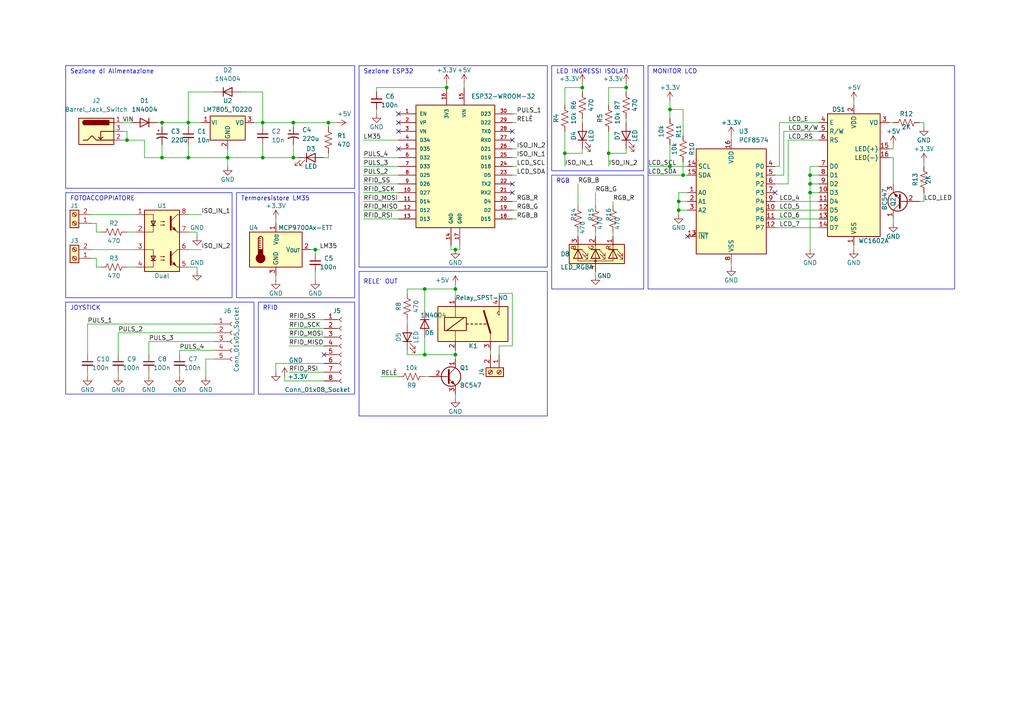
<source format=kicad_sch>
(kicad_sch (version 20230121) (generator eeschema)
  (paper "A4")
  (lib_symbols
    (symbol "Connector:Barrel_Jack_Switch" (pin_names hide)
      (property "Reference" "J" (at 0 5.334 0))
      (property "Value" "Barrel_Jack_Switch" (at 0 -5.08 0))
      (symbol "Barrel_Jack_Switch_1_1"
        (pin passive line (at 7.62 2.54 180) (length 2.54) (name "~") (number "1"))
        (pin passive line (at 7.62 -2.54 180) (length 2.54) (name "~") (number "2"))
        (pin passive line (at 7.62 0 180) (length 2.54) (name "~") (number "3"))
      )
    )
    (symbol "Connector:Conn_01x05_Socket" (pin_names (offset 1.016) hide)
      (property "Reference" "J" (at 0 7.62 0))
      (property "Value" "Conn_01x05_Socket" (at 0 -7.62 0))
      (symbol "Conn_01x05_Socket_1_1"
        (pin passive line (at -5.08 5.08 0) (length 3.81) (name "Pin_1") (number "1"))
        (pin passive line (at -5.08 2.54 0) (length 3.81) (name "Pin_2") (number "2"))
        (pin passive line (at -5.08 0 0) (length 3.81) (name "Pin_3") (number "3"))
        (pin passive line (at -5.08 -2.54 0) (length 3.81) (name "Pin_4") (number "4"))
        (pin passive line (at -5.08 -5.08 0) (length 3.81) (name "Pin_5") (number "5"))
      )
    )
    (symbol "Connector:Conn_01x08_Socket" (pin_names (offset 1.016) hide)
      (property "Reference" "J" (at 0 10.16 0))
      (property "Value" "Conn_01x08_Socket" (at 0 -12.7 0))
      (symbol "Conn_01x08_Socket_1_1"
        (pin passive line (at -5.08 7.62 0) (length 3.81) (name "Pin_1") (number "1"))
        (pin passive line (at -5.08 5.08 0) (length 3.81) (name "Pin_2") (number "2"))
        (pin passive line (at -5.08 2.54 0) (length 3.81) (name "Pin_3") (number "3"))
        (pin passive line (at -5.08 0 0) (length 3.81) (name "Pin_4") (number "4"))
        (pin passive line (at -5.08 -2.54 0) (length 3.81) (name "Pin_5") (number "5"))
        (pin passive line (at -5.08 -5.08 0) (length 3.81) (name "Pin_6") (number "6"))
        (pin passive line (at -5.08 -7.62 0) (length 3.81) (name "Pin_7") (number "7"))
        (pin passive line (at -5.08 -10.16 0) (length 3.81) (name "Pin_8") (number "8"))
      )
    )
    (symbol "Connector:Screw_Terminal_01x02" (pin_names (offset 1.016) hide)
      (property "Reference" "J" (at 0 2.54 0))
      (property "Value" "Screw_Terminal_01x02" (at 0 -5.08 0))
      (symbol "Screw_Terminal_01x02_1_1"
        (pin passive line (at -5.08 0 0) (length 3.81) (name "Pin_1") (number "1"))
        (pin passive line (at -5.08 -2.54 0) (length 3.81) (name "Pin_2") (number "2"))
      )
    )
    (symbol "Device:C_Polarized_Small_US" (pin_numbers hide) (pin_names (offset 0.254) hide)
      (property "Reference" "C" (at 0.254 1.778 0))
      (property "Value" "C_Polarized_Small_US" (at 0.254 -2.032 0))
      (symbol "C_Polarized_Small_US_1_1"
        (pin passive line (at 0 2.54 270) (length 2.032) (name "~") (number "1"))
        (pin passive line (at 0 -2.54 90) (length 2.032) (name "~") (number "2"))
      )
    )
    (symbol "Device:C_Small" (pin_numbers hide) (pin_names (offset 0.254) hide)
      (property "Reference" "C" (at 0.254 1.778 0))
      (property "Value" "C_Small" (at 0.254 -2.032 0))
      (symbol "C_Small_1_1"
        (pin passive line (at 0 2.54 270) (length 2.032) (name "~") (number "1"))
        (pin passive line (at 0 -2.54 90) (length 2.032) (name "~") (number "2"))
      )
    )
    (symbol "Device:LED" (pin_numbers hide) (pin_names (offset 1.016) hide)
      (property "Reference" "D" (at 0 2.54 0))
      (property "Value" "LED" (at 0 -2.54 0))
      (symbol "LED_1_1"
        (pin passive line (at -3.81 0 0) (length 2.54) (name "K") (number "1"))
        (pin passive line (at 3.81 0 180) (length 2.54) (name "A") (number "2"))
      )
    )
    (symbol "Device:LED_RGBA" (pin_names (offset 0) hide)
      (property "Reference" "D" (at 0 9.398 0))
      (property "Value" "LED_RGBA" (at 0 -8.89 0))
      (symbol "LED_RGBA_0_0"
        (text "B" (at -1.905 -6.35 0) (effects (font (size 1.27 1.27))))
        (text "G" (at -1.905 -1.27 0) (effects (font (size 1.27 1.27))))
        (text "R" (at -1.905 3.81 0) (effects (font (size 1.27 1.27))))
      )
      (symbol "LED_RGBA_1_1"
        (pin passive line (at -5.08 5.08 0) (length 2.54) (name "RK") (number "1"))
        (pin passive line (at -5.08 0 0) (length 2.54) (name "GK") (number "2"))
        (pin passive line (at -5.08 -5.08 0) (length 2.54) (name "BK") (number "3"))
        (pin passive line (at 5.08 0 180) (length 2.54) (name "A") (number "4"))
      )
    )
    (symbol "Device:R_US" (pin_numbers hide) (pin_names (offset 0))
      (property "Reference" "R" (at 2.54 0 90))
      (property "Value" "R_US" (at -2.54 0 90))
      (symbol "R_US_1_1"
        (pin passive line (at 0 3.81 270) (length 1.27) (name "~") (number "1"))
        (pin passive line (at 0 -3.81 90) (length 1.27) (name "~") (number "2"))
      )
    )
    (symbol "Diode:1N4004" (pin_numbers hide) (pin_names hide)
      (property "Reference" "D" (at 0 2.54 0))
      (property "Value" "1N4004" (at 0 -2.54 0))
      (symbol "1N4004_1_1"
        (pin passive line (at -3.81 0 0) (length 2.54) (name "K") (number "1"))
        (pin passive line (at 3.81 0 180) (length 2.54) (name "A") (number "2"))
      )
    )
    (symbol "Display_Character:WC1602A"
      (property "Reference" "DS1" (at 2.1941 22.86 0))
      (property "Value" "WC1602A" (at 2.1941 20.32 0))
      (symbol "WC1602A_1_1"
        (pin power_in line (at 0 -20.32 90) (length 2.54) (name "VSS") (number "1"))
        (pin input line (at -10.16 -5.08 0) (length 2.54) (name "D3") (number "10"))
        (pin input line (at -10.16 -7.62 0) (length 2.54) (name "D4") (number "11"))
        (pin input line (at -10.16 -10.16 0) (length 2.54) (name "D5") (number "12"))
        (pin input line (at -10.16 -12.7 0) (length 2.54) (name "D6") (number "13"))
        (pin input line (at -10.16 -15.24 0) (length 2.54) (name "D7") (number "14"))
        (pin power_in line (at 10.16 7.62 180) (length 2.54) (name "LED(+)") (number "15"))
        (pin power_in line (at 10.16 5.08 180) (length 2.54) (name "LED(-)") (number "16"))
        (pin power_in line (at 0 20.32 270) (length 2.54) (name "VDD") (number "2"))
        (pin input line (at 10.16 15.24 180) (length 2.54) (name "VO") (number "3"))
        (pin input line (at -10.16 15.24 0) (length 2.54) (name "E") (number "4"))
        (pin input line (at -10.16 12.7 0) (length 2.54) (name "R/W") (number "5"))
        (pin input line (at -10.16 10.16 0) (length 2.54) (name "RS") (number "6"))
        (pin input line (at -10.16 2.54 0) (length 2.54) (name "D0") (number "7"))
        (pin input line (at -10.16 0 0) (length 2.54) (name "D1") (number "8"))
        (pin input line (at -10.16 -2.54 0) (length 2.54) (name "D2") (number "9"))
      )
    )
    (symbol "ESP32 FOFO:ESP32-WROOM-32" (pin_names (offset 1.016))
      (property "Value" "ESP32-WROOM-32" (at 5.08 -1.27 90))
      (symbol "ESP32-WROOM-32_0_0"
        (pin input line (at -16.51 22.86 0) (length 5.08) (name "EN") (number "1"))
        (pin bidirectional line (at -16.51 0 0) (length 5.08) (name "D27") (number "10"))
        (pin bidirectional line (at -16.51 -2.54 0) (length 5.08) (name "D14") (number "11"))
        (pin bidirectional line (at -16.51 -5.08 0) (length 5.08) (name "D12") (number "12"))
        (pin bidirectional line (at -16.51 -7.62 0) (length 5.08) (name "D13") (number "13"))
        (pin power_in line (at -1.27 -15.24 90) (length 5.08) (name "GND") (number "14"))
        (pin power_in line (at 2.54 30.48 270) (length 5.08) (name "VIN") (number "15"))
        (pin power_in line (at -2.54 30.48 270) (length 5.08) (name "3V3") (number "16"))
        (pin power_in line (at 1.27 -15.24 90) (length 5.08) (name "GND") (number "17"))
        (pin bidirectional line (at 16.51 -7.62 180) (length 5.08) (name "D15") (number "18"))
        (pin bidirectional line (at 16.51 -5.08 180) (length 5.08) (name "D2") (number "19"))
        (pin input line (at -16.51 20.32 0) (length 5.08) (name "VP") (number "2"))
        (pin bidirectional line (at 16.51 -2.54 180) (length 5.08) (name "D4") (number "20"))
        (pin bidirectional line (at 16.51 5.08 180) (length 5.08) (name "D5") (number "23"))
        (pin bidirectional line (at 16.51 7.62 180) (length 5.08) (name "D18") (number "24"))
        (pin bidirectional line (at 16.51 10.16 180) (length 5.08) (name "D19") (number "25"))
        (pin bidirectional line (at 16.51 12.7 180) (length 5.08) (name "D21") (number "26"))
        (pin input line (at 16.51 15.24 180) (length 5.08) (name "RX0") (number "27"))
        (pin output line (at 16.51 17.78 180) (length 5.08) (name "TX0") (number "28"))
        (pin bidirectional line (at 16.51 20.32 180) (length 5.08) (name "D22") (number "29"))
        (pin input line (at -16.51 17.78 0) (length 5.08) (name "VN") (number "3"))
        (pin bidirectional line (at 16.51 22.86 180) (length 5.08) (name "D23") (number "30"))
        (pin bidirectional line (at -16.51 10.16 0) (length 5.08) (name "D32") (number "6"))
        (pin bidirectional line (at -16.51 7.62 0) (length 5.08) (name "D33") (number "7"))
        (pin bidirectional line (at -16.51 5.08 0) (length 5.08) (name "D25") (number "8"))
        (pin bidirectional line (at -16.51 2.54 0) (length 5.08) (name "D26") (number "9"))
      )
      (symbol "ESP32-WROOM-32_1_0"
        (pin bidirectional line (at 16.51 0 180) (length 5.08) (name "RX2") (number "21"))
        (pin bidirectional line (at 16.51 2.54 180) (length 5.08) (name "TX2") (number "22"))
        (pin input line (at -16.51 15.24 0) (length 5.08) (name "D34") (number "4"))
        (pin input line (at -16.51 12.7 0) (length 5.08) (name "D35") (number "5"))
      )
    )
    (symbol "FOTOACC FOFO:Dual Otpocoupler" (pin_names (offset 1.016))
      (property "Reference" "U" (at -5.08 10.16 0))
      (property "Value" "Dual" (at 0 10.16 0))
      (symbol "Dual Otpocoupler_1_1"
        (pin passive line (at -7.62 7.62 0) (length 2.54) (name "~") (number "1"))
        (pin passive line (at -7.62 2.54 0) (length 2.54) (name "~") (number "2"))
        (pin passive line (at -7.62 -2.54 0) (length 2.54) (name "~") (number "3"))
        (pin passive line (at -7.62 -7.62 0) (length 2.54) (name "~") (number "4"))
        (pin passive line (at 7.62 -7.62 180) (length 2.54) (name "~") (number "5"))
        (pin passive line (at 7.62 -2.54 180) (length 2.54) (name "~") (number "6"))
        (pin passive line (at 7.62 2.54 180) (length 2.54) (name "~") (number "7"))
        (pin passive line (at 7.62 7.62 180) (length 2.54) (name "~") (number "8"))
      )
    )
    (symbol "Interface_Expansion:PCF8574"
      (property "Reference" "U" (at -8.89 16.51 0))
      (property "Value" "PCF8574" (at 2.54 16.51 0))
      (symbol "PCF8574_1_1"
        (pin input line (at -12.7 2.54 0) (length 2.54) (name "A0") (number "1"))
        (pin bidirectional line (at 12.7 -2.54 180) (length 2.54) (name "P5") (number "10"))
        (pin bidirectional line (at 12.7 -5.08 180) (length 2.54) (name "P6") (number "11"))
        (pin bidirectional line (at 12.7 -7.62 180) (length 2.54) (name "P7") (number "12"))
        (pin open_collector output_low (at -12.7 -10.16 0) (length 2.54) (name "~{INT}") (number "13"))
        (pin input line (at -12.7 10.16 0) (length 2.54) (name "SCL") (number "14"))
        (pin bidirectional line (at -12.7 7.62 0) (length 2.54) (name "SDA") (number "15"))
        (pin power_in line (at 0 17.78 270) (length 2.54) (name "VDD") (number "16"))
        (pin input line (at -12.7 0 0) (length 2.54) (name "A1") (number "2"))
        (pin input line (at -12.7 -2.54 0) (length 2.54) (name "A2") (number "3"))
        (pin bidirectional line (at 12.7 10.16 180) (length 2.54) (name "P0") (number "4"))
        (pin bidirectional line (at 12.7 7.62 180) (length 2.54) (name "P1") (number "5"))
        (pin bidirectional line (at 12.7 5.08 180) (length 2.54) (name "P2") (number "6"))
        (pin bidirectional line (at 12.7 2.54 180) (length 2.54) (name "P3") (number "7"))
        (pin power_in line (at 0 -17.78 90) (length 2.54) (name "VSS") (number "8"))
        (pin bidirectional line (at 12.7 0 180) (length 2.54) (name "P4") (number "9"))
      )
    )
    (symbol "Regulator_Linear:LM7805_TO220" (pin_names (offset 0.254))
      (property "Reference" "U" (at -3.81 3.175 0))
      (property "Value" "LM7805_TO220" (at 0 3.175 0))
      (symbol "LM7805_TO220_1_1"
        (pin power_in line (at -7.62 0 0) (length 2.54) (name "VI") (number "1"))
        (pin power_in line (at 0 -7.62 90) (length 2.54) (name "GND") (number "2"))
        (pin power_out line (at 7.62 0 180) (length 2.54) (name "VO") (number "3"))
      )
    )
    (symbol "Relay:Relay_SPST-NO"
      (property "Reference" "K1" (at -1.27 -6.35 0))
      (property "Value" "Relay_SPST-NO" (at -5.08 7.62 0))
      (symbol "Relay_SPST-NO_1_1"
        (pin passive line (at -5.08 7.62 270) (length 2.54) (name "~") (number "1"))
        (pin passive line (at -5.08 -7.62 90) (length 2.54) (name "~") (number "2"))
        (pin passive line (at 5.08 -7.62 90) (length 2.54) (name "~") (number "3"))
        (pin passive line (at 7.62 7.62 270) (length 2.54) (name "~") (number "4"))
      )
    )
    (symbol "Sensor_Temperature:MCP9700Ax-ETT"
      (property "Reference" "U" (at -6.35 6.35 0))
      (property "Value" "MCP9700Ax-ETT" (at 1.27 6.35 0))
      (symbol "MCP9700Ax-ETT_1_1"
        (pin power_in line (at 0 7.62 270) (length 2.54) (name "V_{DD}") (number "1"))
        (pin output line (at 10.16 0 180) (length 2.54) (name "V_{OUT}") (number "2"))
        (pin power_in line (at 0 -7.62 90) (length 2.54) (name "GND") (number "3"))
      )
    )
    (symbol "Transistor_BJT:BC547" (pin_names (offset 0) hide)
      (property "Reference" "Q" (at 5.08 1.905 0))
      (property "Value" "BC547" (at 5.08 0 0))
      (symbol "BC547_1_1"
        (pin passive line (at 2.54 5.08 270) (length 2.54) (name "C") (number "1"))
        (pin input line (at -5.08 0 0) (length 5.08) (name "B") (number "2"))
        (pin passive line (at 2.54 -5.08 90) (length 2.54) (name "E") (number "3"))
      )
    )
    (symbol "power:+3.3V" (power) (pin_names (offset 0))
      (property "Value" "+3.3V" (at 0 3.556 0))
      (symbol "+3.3V_1_1"
        (pin power_in line (at 0 0 90) (length 0) hide (name "+3.3V") (number "1"))
      )
    )
    (symbol "power:+5V" (power) (pin_names (offset 0))
      (property "Value" "+5V" (at 0 3.556 0))
      (symbol "+5V_1_1"
        (pin power_in line (at 0 0 90) (length 0) hide (name "+5V") (number "1"))
      )
    )
    (symbol "power:GND" (power) (pin_names (offset 0))
      (property "Value" "GND" (at 0 -3.81 0))
      (symbol "GND_1_1"
        (pin power_in line (at 0 0 270) (length 0) hide (name "GND") (number "1"))
      )
    )
  )
  (junction (at 181.61 25.4))
  (junction (at 132.08 83.82))
  (junction (at 234.95 53.34))
  (junction (at 194.31 31.75))
  (junction (at 66.04 45.72))
  (junction (at 85.09 35.56))
  (junction (at 36.83 40.64))
  (junction (at 132.08 72.39))
  (junction (at 76.2 35.56))
  (junction (at 54.61 35.56))
  (junction (at 76.2 45.72))
  (junction (at 123.19 83.82))
  (junction (at 168.91 25.4))
  (junction (at 129.54 25.4))
  (junction (at 234.95 50.8))
  (junction (at 46.99 35.56))
  (junction (at 163.83 44.45))
  (junction (at 95.25 35.56))
  (junction (at 46.99 45.72))
  (junction (at 176.53 44.45))
  (junction (at 123.19 102.87))
  (junction (at 194.31 48.26))
  (junction (at 198.12 50.8))
  (junction (at 91.44 72.39))
  (junction (at 196.85 58.42))
  (junction (at 54.61 45.72))
  (junction (at 85.09 45.72))
  (junction (at 234.95 55.88))
  (junction (at 132.08 102.87))
  (junction (at 196.85 60.96))
  (no_connect (at 115.57 38.1))
  (no_connect (at 115.57 33.02))
  (no_connect (at 148.59 38.1))
  (no_connect (at 93.98 102.87))
  (no_connect (at 199.39 68.58))
  (no_connect (at 148.59 55.88))
  (no_connect (at 148.59 53.34))
  (no_connect (at 224.79 55.88))
  (no_connect (at 115.57 43.18))
  (no_connect (at 115.57 35.56))
  (no_connect (at 148.59 40.64))
  (wire (pts (xy 234.95 53.34) (xy 237.49 53.34)))
  (wire (pts (xy 176.53 25.4) (xy 181.61 25.4)))
  (wire (pts (xy 58.42 72.39) (xy 54.61 72.39)))
  (wire (pts (xy 259.08 45.72) (xy 259.08 53.34)))
  (wire (pts (xy 144.78 85.09) (xy 144.78 86.36)))
  (wire (pts (xy 54.61 77.47) (xy 57.15 77.47)))
  (wire (pts (xy 163.83 44.45) (xy 168.91 44.45)))
  (wire (pts (xy 52.07 109.22) (xy 52.07 107.95)))
  (wire (pts (xy 234.95 55.88) (xy 237.49 55.88)))
  (wire (pts (xy 196.85 58.42) (xy 196.85 55.88)))
  (wire (pts (xy 196.85 60.96) (xy 199.39 60.96)))
  (wire (pts (xy 83.82 97.79) (xy 93.98 97.79)))
  (wire (pts (xy 123.19 83.82) (xy 132.08 83.82)))
  (wire (pts (xy 26.67 62.23) (xy 39.37 62.23)))
  (wire (pts (xy 43.18 102.87) (xy 43.18 99.06)))
  (wire (pts (xy 198.12 46.99) (xy 198.12 50.8)))
  (wire (pts (xy 105.41 50.8) (xy 115.57 50.8)))
  (wire (pts (xy 224.79 63.5) (xy 237.49 63.5)))
  (wire (pts (xy 66.04 45.72) (xy 76.2 45.72)))
  (wire (pts (xy 224.79 66.04) (xy 237.49 66.04)))
  (wire (pts (xy 234.95 72.39) (xy 234.95 55.88)))
  (wire (pts (xy 132.08 83.82) (xy 132.08 86.36)))
  (wire (pts (xy 54.61 26.67) (xy 54.61 35.56)))
  (wire (pts (xy 168.91 24.13) (xy 168.91 25.4)))
  (wire (pts (xy 149.86 33.02) (xy 148.59 33.02)))
  (wire (pts (xy 27.94 77.47) (xy 29.21 77.47)))
  (wire (pts (xy 109.22 33.02) (xy 109.22 31.75)))
  (wire (pts (xy 54.61 36.83) (xy 54.61 35.56)))
  (wire (pts (xy 105.41 58.42) (xy 115.57 58.42)))
  (wire (pts (xy 267.97 35.56) (xy 267.97 36.83)))
  (wire (pts (xy 228.6 40.64) (xy 237.49 40.64)))
  (wire (pts (xy 226.06 35.56) (xy 237.49 35.56)))
  (wire (pts (xy 168.91 43.18) (xy 168.91 44.45)))
  (wire (pts (xy 257.81 45.72) (xy 259.08 45.72)))
  (wire (pts (xy 91.44 72.39) (xy 92.71 72.39)))
  (wire (pts (xy 76.2 26.67) (xy 76.2 35.56)))
  (wire (pts (xy 168.91 34.29) (xy 168.91 35.56)))
  (wire (pts (xy 95.25 44.45) (xy 95.25 45.72)))
  (wire (pts (xy 133.35 71.12) (xy 133.35 72.39)))
  (wire (pts (xy 85.09 45.72) (xy 86.36 45.72)))
  (wire (pts (xy 177.8 67.31) (xy 177.8 68.58)))
  (wire (pts (xy 187.96 50.8) (xy 198.12 50.8)))
  (wire (pts (xy 149.86 63.5) (xy 148.59 63.5)))
  (wire (pts (xy 76.2 35.56) (xy 76.2 36.83)))
  (wire (pts (xy 82.55 109.22) (xy 82.55 110.49)))
  (wire (pts (xy 187.96 48.26) (xy 194.31 48.26)))
  (wire (pts (xy 41.91 40.64) (xy 41.91 45.72)))
  (wire (pts (xy 172.72 80.01) (xy 172.72 78.74)))
  (wire (pts (xy 149.86 50.8) (xy 148.59 50.8)))
  (wire (pts (xy 25.4 109.22) (xy 25.4 107.95)))
  (wire (pts (xy 224.79 48.26) (xy 226.06 48.26)))
  (wire (pts (xy 266.7 58.42) (xy 267.97 58.42)))
  (wire (pts (xy 266.7 35.56) (xy 267.97 35.56)))
  (wire (pts (xy 149.86 48.26) (xy 148.59 48.26)))
  (wire (pts (xy 46.99 36.83) (xy 46.99 35.56)))
  (wire (pts (xy 105.41 60.96) (xy 115.57 60.96)))
  (wire (pts (xy 95.25 36.83) (xy 95.25 35.56)))
  (wire (pts (xy 144.78 85.09) (xy 148.59 85.09)))
  (wire (pts (xy 148.59 85.09) (xy 148.59 100.33)))
  (wire (pts (xy 59.69 104.14) (xy 62.23 104.14)))
  (wire (pts (xy 62.23 26.67) (xy 54.61 26.67)))
  (wire (pts (xy 198.12 50.8) (xy 199.39 50.8)))
  (wire (pts (xy 163.83 38.1) (xy 163.83 44.45)))
  (wire (pts (xy 25.4 93.98) (xy 62.23 93.98)))
  (wire (pts (xy 52.07 101.6) (xy 62.23 101.6)))
  (wire (pts (xy 196.85 55.88) (xy 199.39 55.88)))
  (wire (pts (xy 27.94 64.77) (xy 27.94 67.31)))
  (wire (pts (xy 132.08 114.3) (xy 132.08 115.57)))
  (wire (pts (xy 134.62 24.13) (xy 134.62 25.4)))
  (wire (pts (xy 26.67 72.39) (xy 39.37 72.39)))
  (wire (pts (xy 105.41 53.34) (xy 115.57 53.34)))
  (wire (pts (xy 105.41 63.5) (xy 115.57 63.5)))
  (wire (pts (xy 181.61 34.29) (xy 181.61 35.56)))
  (wire (pts (xy 73.66 35.56) (xy 76.2 35.56)))
  (wire (pts (xy 41.91 45.72) (xy 46.99 45.72)))
  (wire (pts (xy 118.11 102.87) (xy 123.19 102.87)))
  (wire (pts (xy 35.56 40.64) (xy 36.83 40.64)))
  (wire (pts (xy 149.86 43.18) (xy 148.59 43.18)))
  (wire (pts (xy 80.01 63.5) (xy 80.01 64.77)))
  (wire (pts (xy 148.59 100.33) (xy 144.78 100.33)))
  (wire (pts (xy 57.15 77.47) (xy 57.15 78.74)))
  (wire (pts (xy 168.91 25.4) (xy 168.91 26.67)))
  (wire (pts (xy 110.49 109.22) (xy 115.57 109.22)))
  (wire (pts (xy 45.72 35.56) (xy 46.99 35.56)))
  (wire (pts (xy 167.64 53.34) (xy 167.64 59.69)))
  (wire (pts (xy 194.31 31.75) (xy 198.12 31.75)))
  (wire (pts (xy 196.85 58.42) (xy 199.39 58.42)))
  (wire (pts (xy 228.6 53.34) (xy 228.6 40.64)))
  (wire (pts (xy 194.31 48.26) (xy 199.39 48.26)))
  (wire (pts (xy 123.19 83.82) (xy 123.19 90.17)))
  (wire (pts (xy 130.81 72.39) (xy 132.08 72.39)))
  (wire (pts (xy 27.94 67.31) (xy 29.21 67.31)))
  (wire (pts (xy 46.99 35.56) (xy 54.61 35.56)))
  (wire (pts (xy 226.06 35.56) (xy 226.06 48.26)))
  (wire (pts (xy 176.53 38.1) (xy 176.53 44.45)))
  (wire (pts (xy 181.61 43.18) (xy 181.61 44.45)))
  (wire (pts (xy 27.94 74.93) (xy 27.94 77.47)))
  (wire (pts (xy 224.79 60.96) (xy 237.49 60.96)))
  (wire (pts (xy 247.65 29.21) (xy 247.65 30.48)))
  (wire (pts (xy 177.8 58.42) (xy 177.8 59.69)))
  (wire (pts (xy 267.97 46.99) (xy 267.97 48.26)))
  (wire (pts (xy 227.33 38.1) (xy 227.33 50.8)))
  (wire (pts (xy 118.11 85.09) (xy 118.11 83.82)))
  (wire (pts (xy 234.95 55.88) (xy 234.95 53.34)))
  (wire (pts (xy 132.08 102.87) (xy 132.08 101.6)))
  (wire (pts (xy 35.56 38.1) (xy 36.83 38.1)))
  (wire (pts (xy 54.61 45.72) (xy 66.04 45.72)))
  (wire (pts (xy 118.11 83.82) (xy 123.19 83.82)))
  (wire (pts (xy 149.86 58.42) (xy 148.59 58.42)))
  (wire (pts (xy 142.24 102.87) (xy 142.24 101.6)))
  (wire (pts (xy 163.83 30.48) (xy 163.83 25.4)))
  (wire (pts (xy 80.01 80.01) (xy 80.01 81.28)))
  (wire (pts (xy 43.18 99.06) (xy 62.23 99.06)))
  (wire (pts (xy 90.17 72.39) (xy 91.44 72.39)))
  (wire (pts (xy 83.82 95.25) (xy 93.98 95.25)))
  (wire (pts (xy 144.78 100.33) (xy 144.78 102.87)))
  (wire (pts (xy 34.29 96.52) (xy 62.23 96.52)))
  (wire (pts (xy 129.54 24.13) (xy 129.54 25.4)))
  (wire (pts (xy 176.53 44.45) (xy 181.61 44.45)))
  (wire (pts (xy 83.82 92.71) (xy 93.98 92.71)))
  (wire (pts (xy 36.83 40.64) (xy 41.91 40.64)))
  (wire (pts (xy 85.09 41.91) (xy 85.09 45.72)))
  (wire (pts (xy 118.11 101.6) (xy 118.11 102.87)))
  (wire (pts (xy 181.61 24.13) (xy 181.61 25.4)))
  (wire (pts (xy 66.04 45.72) (xy 66.04 48.26)))
  (wire (pts (xy 36.83 38.1) (xy 36.83 40.64)))
  (wire (pts (xy 36.83 67.31) (xy 39.37 67.31)))
  (wire (pts (xy 132.08 102.87) (xy 132.08 104.14)))
  (wire (pts (xy 196.85 62.23) (xy 196.85 60.96)))
  (wire (pts (xy 46.99 41.91) (xy 46.99 45.72)))
  (wire (pts (xy 36.83 77.47) (xy 39.37 77.47)))
  (wire (pts (xy 95.25 45.72) (xy 93.98 45.72)))
  (wire (pts (xy 27.94 64.77) (xy 26.67 64.77)))
  (wire (pts (xy 149.86 35.56) (xy 148.59 35.56)))
  (wire (pts (xy 163.83 25.4) (xy 168.91 25.4)))
  (wire (pts (xy 163.83 48.26) (xy 163.83 44.45)))
  (wire (pts (xy 123.19 102.87) (xy 132.08 102.87)))
  (wire (pts (xy 59.69 104.14) (xy 59.69 109.22)))
  (wire (pts (xy 91.44 72.39) (xy 91.44 73.66)))
  (wire (pts (xy 52.07 102.87) (xy 52.07 101.6)))
  (wire (pts (xy 123.19 109.22) (xy 124.46 109.22)))
  (wire (pts (xy 267.97 55.88) (xy 267.97 58.42)))
  (wire (pts (xy 34.29 109.22) (xy 34.29 107.95)))
  (wire (pts (xy 194.31 31.75) (xy 194.31 34.29)))
  (wire (pts (xy 83.82 107.95) (xy 93.98 107.95)))
  (wire (pts (xy 172.72 67.31) (xy 172.72 68.58)))
  (wire (pts (xy 247.65 72.39) (xy 247.65 71.12)))
  (wire (pts (xy 176.53 30.48) (xy 176.53 25.4)))
  (wire (pts (xy 54.61 35.56) (xy 58.42 35.56)))
  (wire (pts (xy 234.95 53.34) (xy 234.95 50.8)))
  (wire (pts (xy 80.01 105.41) (xy 93.98 105.41)))
  (wire (pts (xy 234.95 50.8) (xy 234.95 48.26)))
  (wire (pts (xy 25.4 102.87) (xy 25.4 93.98)))
  (wire (pts (xy 43.18 109.22) (xy 43.18 107.95)))
  (wire (pts (xy 234.95 48.26) (xy 237.49 48.26)))
  (wire (pts (xy 105.41 55.88) (xy 115.57 55.88)))
  (wire (pts (xy 123.19 97.79) (xy 123.19 102.87)))
  (wire (pts (xy 85.09 35.56) (xy 85.09 36.83)))
  (wire (pts (xy 83.82 100.33) (xy 93.98 100.33)))
  (wire (pts (xy 257.81 35.56) (xy 259.08 35.56)))
  (wire (pts (xy 58.42 62.23) (xy 54.61 62.23)))
  (wire (pts (xy 227.33 50.8) (xy 224.79 50.8)))
  (wire (pts (xy 76.2 45.72) (xy 76.2 41.91)))
  (wire (pts (xy 196.85 60.96) (xy 196.85 58.42)))
  (wire (pts (xy 109.22 26.67) (xy 109.22 25.4)))
  (wire (pts (xy 172.72 55.88) (xy 172.72 59.69)))
  (wire (pts (xy 82.55 110.49) (xy 93.98 110.49)))
  (wire (pts (xy 259.08 63.5) (xy 259.08 64.77)))
  (wire (pts (xy 109.22 25.4) (xy 129.54 25.4)))
  (wire (pts (xy 194.31 41.91) (xy 194.31 48.26)))
  (wire (pts (xy 66.04 43.18) (xy 66.04 45.72)))
  (wire (pts (xy 224.79 53.34) (xy 228.6 53.34)))
  (wire (pts (xy 149.86 60.96) (xy 148.59 60.96)))
  (wire (pts (xy 212.09 77.47) (xy 212.09 76.2)))
  (wire (pts (xy 54.61 41.91) (xy 54.61 45.72)))
  (wire (pts (xy 105.41 48.26) (xy 115.57 48.26)))
  (wire (pts (xy 234.95 50.8) (xy 237.49 50.8)))
  (wire (pts (xy 132.08 82.55) (xy 132.08 83.82)))
  (wire (pts (xy 91.44 81.28) (xy 91.44 78.74)))
  (wire (pts (xy 35.56 35.56) (xy 38.1 35.56)))
  (wire (pts (xy 259.08 43.18) (xy 257.81 43.18)))
  (wire (pts (xy 105.41 45.72) (xy 115.57 45.72)))
  (wire (pts (xy 130.81 71.12) (xy 130.81 72.39)))
  (wire (pts (xy 176.53 48.26) (xy 176.53 44.45)))
  (wire (pts (xy 76.2 35.56) (xy 85.09 35.56)))
  (wire (pts (xy 69.85 26.67) (xy 76.2 26.67)))
  (wire (pts (xy 80.01 107.95) (xy 80.01 105.41)))
  (wire (pts (xy 118.11 92.71) (xy 118.11 93.98)))
  (wire (pts (xy 198.12 39.37) (xy 198.12 31.75)))
  (wire (pts (xy 85.09 35.56) (xy 95.25 35.56)))
  (wire (pts (xy 224.79 58.42) (xy 237.49 58.42)))
  (wire (pts (xy 227.33 38.1) (xy 237.49 38.1)))
  (wire (pts (xy 212.09 39.37) (xy 212.09 40.64)))
  (wire (pts (xy 76.2 45.72) (xy 85.09 45.72)))
  (wire (pts (xy 105.41 40.64) (xy 115.57 40.64)))
  (wire (pts (xy 194.31 29.21) (xy 194.31 31.75)))
  (wire (pts (xy 149.86 45.72) (xy 148.59 45.72)))
  (wire (pts (xy 57.15 68.58) (xy 57.15 67.31)))
  (wire (pts (xy 133.35 72.39) (xy 132.08 72.39)))
  (wire (pts (xy 95.25 35.56) (xy 97.79 35.56)))
  (wire (pts (xy 167.64 67.31) (xy 167.64 68.58)))
  (wire (pts (xy 57.15 67.31) (xy 54.61 67.31)))
  (wire (pts (xy 34.29 102.87) (xy 34.29 96.52)))
  (wire (pts (xy 259.08 41.91) (xy 259.08 43.18)))
  (wire (pts (xy 26.67 74.93) (xy 27.94 74.93)))
  (wire (pts (xy 46.99 45.72) (xy 54.61 45.72)))
  (wire (pts (xy 181.61 25.4) (xy 181.61 26.67)))
  (rectangle (start 68.58 55.88) (end 102.87 86.36))
  (rectangle (start 104.14 78.74) (end 158.75 120.65))
  (rectangle (start 187.96 19.05) (end 276.86 83.82))
  (rectangle (start 19.05 87.63) (end 73.66 114.3))
  (rectangle (start 160.02 50.8) (end 186.69 83.82))
  (rectangle (start 160.02 19.05) (end 186.69 49.53))
  (rectangle (start 19.05 55.88) (end 67.31 86.36))
  (rectangle (start 104.14 19.05) (end 158.75 77.47))
  (rectangle (start 74.93 87.63) (end 102.87 114.3))
  (rectangle (start 19.05 19.05) (end 102.87 54.61))
  (text "RFID" (at 76.2 90.17 0) (effects (font (size 1.27 1.27)) (justify left bottom)))
  (text "MONITOR LCD" (at 189.23 21.59 0) (effects (font (size 1.27 1.27)) (justify left bottom)))
  (text "Sezione ESP32" (at 105.41 21.59 0) (effects (font (size 1.27 1.27)) (justify left bottom)))
  (text "RGB\n" (at 161.29 53.34 0) (effects (font (size 1.27 1.27)) (justify left bottom)))
  (text "Sezione di Alimentazione" (at 20.32 21.59 0) (effects (font (size 1.27 1.27)) (justify left bottom)))
  (text "JOYSTICK" (at 20.32 90.17 0) (effects (font (size 1.27 1.27)) (justify left bottom)))
  (text "Termoresistore LM35" (at 69.85 58.42 0) (effects (font (size 1.27 1.27)) (justify left bottom)))
  (text "RELE' OUT" (at 105.41 82.55 0) (effects (font (size 1.27 1.27)) (justify left bottom)))
  (text "VIN" (at 35.56 35.56 0) (effects (font (size 1.27 1.27)) (justify left bottom)))
  (text "LED INGRESSI ISOLATI" (at 161.29 21.59 0) (effects (font (size 1.27 1.27)) (justify left bottom)))
  (text "FOTOACCOPPIATORE" (at 20.32 58.42 0) (effects (font (size 1.27 1.27)) (justify left bottom)))
  (label "RFID_SCK" (at 105.41 55.88 0))
  (label "RGB_R" (at 149.86 58.42 0))
  (label "LM35" (at 105.41 40.64 0))
  (label "LM35" (at 92.71 72.39 0))
  (label "RGB_B" (at 149.86 63.5 0))
  (label "LCD_SCL" (at 187.96 48.26 0))
  (label "RFID_MOSI" (at 105.41 58.42 0))
  (label "LCD_R{slash}W" (at 228.6 38.1 0))
  (label "LCD_SDA" (at 149.86 50.8 0))
  (label "PULS_2" (at 105.41 50.8 0))
  (label "LCD_5" (at 226.06 60.96 0))
  (label "ISO_IN_1" (at 58.42 62.23 0))
  (label "PULS_3" (at 43.18 99.06 0))
  (label "ISO_IN_2" (at 149.86 43.18 0))
  (label "PULS_4" (at 105.41 45.72 0))
  (label "RFID_SCK" (at 83.82 95.25 0))
  (label "PULS_3" (at 105.41 48.26 0))
  (label "RELÈ" (at 149.86 35.56 0))
  (label "ISO_IN_2" (at 58.42 72.39 0))
  (label "LCD_E" (at 228.6 35.56 0))
  (label "RFID_SS" (at 105.41 53.34 0))
  (label "RGB_G" (at 172.72 55.88 0))
  (label "PULS_1" (at 149.86 33.02 0))
  (label "PULS_4" (at 52.07 101.6 0))
  (label "LCD_4" (at 226.06 58.42 0))
  (label "LCD_RS" (at 228.6 40.64 0))
  (label "LCD_7" (at 226.06 66.04 0))
  (label "LCD_LED" (at 267.97 58.42 0))
  (label "RGB_G" (at 149.86 60.96 0))
  (label "LCD_SDA" (at 187.96 50.8 0))
  (label "PULS_2" (at 34.29 96.52 0))
  (label "ISO_IN_2" (at 176.53 48.26 0))
  (label "ISO_IN_1" (at 163.83 48.26 0))
  (label "RFID_MISO" (at 83.82 100.33 0))
  (label "LCD_6" (at 226.06 63.5 0))
  (label "RFID_MISO" (at 105.41 60.96 0))
  (label "RELÈ" (at 110.49 109.22 0))
  (label "PULS_1" (at 25.4 93.98 0))
  (label "RFID_SS" (at 83.82 92.71 0))
  (label "RFID_RSI" (at 83.82 107.95 0))
  (label "LCD_SCL" (at 149.86 48.26 0))
  (label "ISO_IN_1" (at 149.86 45.72 0))
  (label "RGB_R" (at 177.8 58.42 0))
  (label "RFID_RSI" (at 105.41 63.5 0))
  (label "RFID_MOSI" (at 83.82 97.79 0))
  (label "RGB_B" (at 167.64 53.34 0))
  (symbol (lib_id "Device:R_US") (at 118.11 88.9 180) (unit 1)
    (property "Reference" "R8" (at 115.57 88.9 90))
    (property "Value" "470" (at 120.65 88.9 90))
    (property "Footprint" "Resistor_THT:R_Axial_DIN0207_L6.3mm_D2.5mm_P7.62mm_Horizontal" (effects hide))
  )
  (symbol (lib_id "power:GND") (at 247.65 72.39 0) (unit 1)
    (property "Reference" "#PWR022" (effects hide))
    (property "Value" "GND" (at 247.65 76.2 0))
  )
  (symbol (lib_id "power:GND") (at 212.09 77.47 0) (unit 1)
    (property "Reference" "#PWR023" (effects hide))
    (property "Value" "GND" (at 212.09 81.28 0))
  )
  (symbol (lib_id "Connector:Barrel_Jack_Switch") (at 27.94 38.1 0) (unit 1)
    (property "Reference" "J2" (at 27.94 29.21 0))
    (property "Value" "Barrel_Jack_Switch" (at 27.94 31.75 0))
    (property "Footprint" "TPSIT FOFO:Connettore_Alimentazione_Femmina_2.5mm" (effects hide))
  )
  (symbol (lib_id "power:GND") (at 267.97 36.83 0) (unit 1)
    (property "Reference" "#PWR011" (effects hide))
    (property "Value" "GND" (at 267.97 40.64 0))
  )
  (symbol (lib_id "Device:R_US") (at 177.8 63.5 180) (unit 1)
    (property "Reference" "R16" (at 176.53 62.23 90))
    (property "Value" "470" (at 179.07 64.77 90))
    (property "Footprint" "Resistor_THT:R_Axial_DIN0207_L6.3mm_D2.5mm_P10.16mm_Horizontal" (effects hide))
  )
  (symbol (lib_id "Device:C_Small") (at 109.22 29.21 0) (unit 1)
    (property "Reference" "C6" (at 111.76 27.9463 0) (effects (justify left)))
    (property "Value" "100n" (at 110.49 30.48 0) (effects (justify left)))
    (property "Footprint" "Capacitor_THT:C_Disc_D7.0mm_W2.5mm_P5.00mm" (effects hide))
  )
  (symbol (lib_id "power:+3.3V") (at 82.55 109.22 0) (unit 1)
    (property "Reference" "#PWR028" (effects hide))
    (property "Value" "+3.3V" (at 86.36 109.22 0))
  )
  (symbol (lib_id "Connector:Screw_Terminal_01x02") (at 21.59 74.93 180) (unit 1)
    (property "Reference" "J3" (at 21.59 69.85 0))
    (property "Value" "Screw_Terminal_01x02" (effects hide))
    (property "Footprint" "TPSIT FOFO:TerminalBlock_bornier-2_P5.08mm" (effects hide))
  )
  (symbol (lib_id "Device:LED") (at 90.17 45.72 0) (unit 1)
    (property "Reference" "D3" (at 90.17 43.18 0))
    (property "Value" "LED" (at 90.17 48.26 0))
    (property "Footprint" "LED_THT:LED_D5.0mm" (effects hide))
  )
  (symbol (lib_id "Diode:1N4004") (at 41.91 35.56 180) (unit 1)
    (property "Reference" "D1" (at 41.91 29.21 0))
    (property "Value" "1N4004" (at 41.91 31.75 0))
    (property "Footprint" "Diode_THT:D_DO-41_SOD81_P10.16mm_Horizontal" (effects hide))
    (property "Datasheet" "http://www.vishay.com/docs/88503/1n4001.pdf" (effects hide))
    (property "Sim.Device" "D" (effects hide))
    (property "Sim.Pins" "1=K 2=A" (effects hide))
  )
  (symbol (lib_id "Device:R_US") (at 163.83 34.29 180) (unit 1)
    (property "Reference" "R4" (at 161.29 34.29 90))
    (property "Value" "10k" (at 166.37 34.29 90))
    (property "Footprint" "Resistor_THT:R_Axial_DIN0207_L6.3mm_D2.5mm_P10.16mm_Horizontal" (effects hide))
  )
  (symbol (lib_id "power:+5V") (at 97.79 35.56 270) (unit 1)
    (property "Reference" "#PWR03" (effects hide))
    (property "Value" "+5V" (at 97.79 33.02 90) (effects (justify left)))
  )
  (symbol (lib_id "power:GND") (at 196.85 62.23 0) (unit 1)
    (property "Reference" "#PWR024" (effects hide))
    (property "Value" "GND" (at 196.85 66.04 0))
  )
  (symbol (lib_id "power:GND") (at 80.01 81.28 0) (unit 1)
    (property "Reference" "#PWR07" (effects hide))
    (property "Value" "GND" (at 80.01 85.09 0))
  )
  (symbol (lib_id "power:+5V") (at 247.65 29.21 0) (unit 1)
    (property "Reference" "#PWR021" (effects hide))
    (property "Value" "+5V" (at 247.65 25.4 0))
  )
  (symbol (lib_id "Device:R_US") (at 33.02 67.31 90) (unit 1)
    (property "Reference" "R2" (at 33.02 64.77 90))
    (property "Value" "470" (at 33.02 69.85 90))
    (property "Footprint" "Resistor_THT:R_Axial_DIN0207_L6.3mm_D2.5mm_P10.16mm_Horizontal" (effects hide))
  )
  (symbol (lib_id "power:GND") (at 43.18 109.22 0) (unit 1)
    (property "Reference" "#PWR016" (effects hide))
    (property "Value" "GND" (at 43.18 113.03 0))
  )
  (symbol (lib_id "Connector:Screw_Terminal_01x02") (at 144.78 107.95 270) (unit 1)
    (property "Reference" "J4" (at 139.7 107.95 0))
    (property "Value" "Screw_Terminal_01x02" (effects hide))
    (property "Footprint" "TPSIT FOFO:TerminalBlock_bornier-2_P5.08mm" (effects hide))
  )
  (symbol (lib_id "Sensor_Temperature:MCP9700Ax-ETT") (at 80.01 72.39 0) (unit 1)
    (property "Reference" "U4" (at 74.93 66.04 0) (effects (justify right)))
    (property "Value" "MCP9700Ax-ETT" (at 96.52 66.04 0) (effects (justify right)))
    (property "Footprint" "Package_TO_SOT_THT:TO-92_Inline_Wide" (effects hide))
    (property "Datasheet" "http://ww1.microchip.com/downloads/en/devicedoc/20001942g.pdf" (effects hide))
  )
  (symbol (lib_id "power:+5V") (at 132.08 82.55 0) (unit 1)
    (property "Reference" "#PWR030" (effects hide))
    (property "Value" "+5V" (at 128.27 81.28 0))
  )
  (symbol (lib_id "Transistor_BJT:BC547") (at 129.54 109.22 0) (unit 1)
    (property "Reference" "Q1" (at 133.35 106.68 0) (effects (justify left)))
    (property "Value" "BC547" (at 133.35 111.76 0) (effects (justify left)))
    (property "Footprint" "Package_TO_SOT_THT:TO-92L_Inline_Wide" (effects hide))
    (property "Datasheet" "https://www.onsemi.com/pub/Collateral/BC550-D.pdf" (effects hide))
  )
  (symbol (lib_id "power:+3.3V") (at 181.61 24.13 0) (unit 1)
    (property "Reference" "#PWR012" (effects hide))
    (property "Value" "+3.3V" (at 177.8 22.86 0))
  )
  (symbol (lib_id "Device:R_US") (at 167.64 63.5 180) (unit 1)
    (property "Reference" "R14" (at 166.37 62.23 90))
    (property "Value" "470" (at 168.91 66.04 90))
    (property "Footprint" "Resistor_THT:R_Axial_DIN0207_L6.3mm_D2.5mm_P10.16mm_Horizontal" (effects hide))
  )
  (symbol (lib_id "ESP32 FOFO:ESP32-WROOM-32") (at 132.08 55.88 0) (unit 1)
    (property "Reference" "S1" (effects hide))
    (property "Value" "ESP32-WROOM-32" (at 136.6394 27.94 0) (effects (justify left)))
    (property "Footprint" "TPSIT FOFO:MODULE_ESP32_DEVKIT_V1" (effects hide))
    (property "PARTREV" "N/A" (effects hide))
    (property "MANUFACTURER" "ESP32S" (effects hide))
    (property "STANDARD" "Manufacturer Recommendations" (effects hide))
  )
  (symbol (lib_id "power:GND") (at 109.22 33.02 0) (unit 1)
    (property "Reference" "#PWR033" (effects hide))
    (property "Value" "GND" (at 109.22 36.83 0))
  )
  (symbol (lib_id "Device:C_Small") (at 91.44 76.2 0) (unit 1)
    (property "Reference" "C5" (at 93.98 74.9363 0) (effects (justify left)))
    (property "Value" "100n" (at 92.71 77.47 0) (effects (justify left)))
    (property "Footprint" "Capacitor_THT:C_Disc_D7.0mm_W2.5mm_P5.00mm" (effects hide))
  )
  (symbol (lib_id "Device:C_Polarized_Small_US") (at 46.99 39.37 0) (unit 1)
    (property "Reference" "C3" (at 49.53 38.1 0) (effects (justify left)))
    (property "Value" "220u" (at 49.53 40.64 0) (effects (justify left)))
    (property "Footprint" "Capacitor_THT:CP_Radial_D5.0mm_P2.50mm" (effects hide))
  )
  (symbol (lib_id "power:+5V") (at 134.62 24.13 0) (unit 1)
    (property "Reference" "#PWR04" (effects hide))
    (property "Value" "+5V" (at 134.62 20.32 0))
  )
  (symbol (lib_id "Device:LED") (at 118.11 97.79 90) (unit 1)
    (property "Reference" "D5" (at 115.57 97.79 0))
    (property "Value" "LED" (at 120.65 97.79 0))
    (property "Footprint" "LED_THT:LED_D5.0mm" (effects hide))
  )
  (symbol (lib_id "Device:C_Small") (at 76.2 39.37 0) (unit 1)
    (property "Reference" "C2" (at 78.74 38.1063 0) (effects (justify left)))
    (property "Value" "10n" (at 78.74 40.64 0) (effects (justify left)))
    (property "Footprint" "Capacitor_THT:C_Disc_D7.0mm_W2.5mm_P5.00mm" (effects hide))
  )
  (symbol (lib_id "power:GND") (at 57.15 68.58 0) (unit 1)
    (property "Reference" "#PWR08" (effects hide))
    (property "Value" "GND" (at 57.15 66.04 0))
  )
  (symbol (lib_id "Device:LED_RGBA") (at 172.72 73.66 270) (unit 1)
    (property "Reference" "D8" (at 162.56 73.66 90) (effects (justify left)))
    (property "Value" "LED_RGBA" (at 162.56 77.47 90) (effects (justify left)))
    (property "Footprint" "LED_THT:LED_D5.0mm-4_RGB_Wide_Pins" (effects hide))
  )
  (symbol (lib_id "power:GND") (at 80.01 107.95 0) (unit 1)
    (property "Reference" "#PWR029" (effects hide))
    (property "Value" "GND" (at 85.8133 104.5016 0))
  )
  (symbol (lib_id "power:+3.3V") (at 267.97 46.99 0) (unit 1)
    (property "Reference" "#PWR027" (effects hide))
    (property "Value" "+3.3V" (at 267.97 43.18 0))
  )
  (symbol (lib_id "power:+3.3V") (at 80.01 63.5 0) (unit 1)
    (property "Reference" "#PWR06" (effects hide))
    (property "Value" "+3.3V" (at 80.01 59.69 0))
  )
  (symbol (lib_id "power:GND") (at 66.04 48.26 0) (unit 1)
    (property "Reference" "#PWR01" (effects hide))
    (property "Value" "GND" (at 66.04 52.07 0))
  )
  (symbol (lib_id "power:GND") (at 259.08 64.77 0) (unit 1)
    (property "Reference" "#PWR014" (effects hide))
    (property "Value" "GND" (at 259.08 68.58 0))
  )
  (symbol (lib_id "Device:R_US") (at 119.38 109.22 270) (unit 1)
    (property "Reference" "R9" (at 119.38 111.76 90))
    (property "Value" "10k" (at 119.38 106.68 90))
    (property "Footprint" "Resistor_THT:R_Axial_DIN0207_L6.3mm_D2.5mm_P15.24mm_Horizontal" (effects hide))
  )
  (symbol (lib_id "power:GND") (at 234.95 72.39 0) (unit 1)
    (property "Reference" "#PWR019" (effects hide))
    (property "Value" "GND" (at 234.95 76.2 0))
  )
  (symbol (lib_id "Device:C_Polarized_Small_US") (at 85.09 39.37 0) (unit 1)
    (property "Reference" "C4" (at 87.63 37.6682 0) (effects (justify left)))
    (property "Value" "220u" (at 87.63 40.2082 0) (effects (justify left)))
    (property "Footprint" "Capacitor_THT:CP_Radial_D5.0mm_P2.50mm" (effects hide))
  )
  (symbol (lib_id "power:+3.3V") (at 168.91 24.13 0) (unit 1)
    (property "Reference" "#PWR013" (effects hide))
    (property "Value" "+3.3V" (at 165.1 22.86 0))
  )
  (symbol (lib_id "Interface_Expansion:PCF8574") (at 212.09 58.42 0) (unit 1)
    (property "Reference" "U3" (at 214.2841 38.1 0) (effects (justify left)))
    (property "Value" "PCF8574" (at 214.2841 40.64 0) (effects (justify left)))
    (property "Footprint" "Package_DIP:DIP-16_W7.62mm_Socket" (effects hide))
    (property "Datasheet" "http://www.nxp.com/docs/en/data-sheet/PCF8574_PCF8574A.pdf" (effects hide))
  )
  (symbol (lib_id "power:GND") (at 25.4 109.22 0) (unit 1)
    (property "Reference" "#PWR034" (effects hide))
    (property "Value" "GND" (at 25.4 113.03 0))
  )
  (symbol (lib_id "Device:R_US") (at 168.91 30.48 180) (unit 1)
    (property "Reference" "R6" (at 166.37 30.48 90))
    (property "Value" "470" (at 171.45 30.48 90))
    (property "Footprint" "Resistor_THT:R_Axial_DIN0207_L6.3mm_D2.5mm_P10.16mm_Horizontal" (effects hide))
  )
  (symbol (lib_id "Device:C_Small") (at 25.4 105.41 0) (unit 1)
    (property "Reference" "C10" (at 27.94 104.1463 0) (effects (justify left)))
    (property "Value" "100n" (at 26.67 106.68 0) (effects (justify left)))
    (property "Footprint" "Capacitor_THT:C_Disc_D7.0mm_W2.5mm_P5.00mm" (effects hide))
  )
  (symbol (lib_id "power:+3.3V") (at 129.54 24.13 0) (unit 1)
    (property "Reference" "#PWR02" (effects hide))
    (property "Value" "+3.3V" (at 129.54 20.32 0))
  )
  (symbol (lib_id "Diode:1N4004") (at 123.19 93.98 270) (unit 1)
    (property "Reference" "D6" (at 123.19 96.52 90) (effects (justify left)))
    (property "Value" "1N4004" (at 121.92 91.44 90) (effects (justify left)))
    (property "Footprint" "Diode_THT:D_DO-41_SOD81_P7.62mm_Horizontal" (effects hide))
    (property "Datasheet" "http://www.vishay.com/docs/88503/1n4001.pdf" (effects hide))
    (property "Sim.Device" "D" (effects hide))
    (property "Sim.Pins" "1=K 2=A" (effects hide))
  )
  (symbol (lib_id "Device:R_US") (at 33.02 77.47 90) (unit 1)
    (property "Reference" "R3" (at 33.02 74.93 90))
    (property "Value" "470" (at 33.02 80.01 90))
    (property "Footprint" "Resistor_THT:R_Axial_DIN0207_L6.3mm_D2.5mm_P10.16mm_Horizontal" (effects hide))
  )
  (symbol (lib_id "Diode:1N4004") (at 66.04 26.67 0) (unit 1)
    (property "Reference" "D2" (at 66.04 20.32 0))
    (property "Value" "1N4004" (at 66.04 22.86 0))
    (property "Footprint" "Diode_THT:D_DO-41_SOD81_P10.16mm_Horizontal" (effects hide))
    (property "Datasheet" "http://www.vishay.com/docs/88503/1n4001.pdf" (effects hide))
    (property "Sim.Device" "D" (effects hide))
    (property "Sim.Pins" "1=K 2=A" (effects hide))
  )
  (symbol (lib_id "Device:R_US") (at 172.72 63.5 180) (unit 1)
    (property "Reference" "R15" (at 171.45 62.23 90))
    (property "Value" "470" (at 173.99 64.77 90))
    (property "Footprint" "Resistor_THT:R_Axial_DIN0207_L6.3mm_D2.5mm_P10.16mm_Horizontal" (effects hide))
  )
  (symbol (lib_id "Connector:Conn_01x08_Socket") (at 99.06 100.33 0) (unit 1)
    (property "Reference" "J5" (at 96.52 90.17 0) (effects (justify left)))
    (property "Value" "Conn_01x08_Socket" (at 82.55 113.03 0) (effects (justify left)))
    (property "Footprint" "Connector_PinSocket_2.54mm:PinSocket_1x08_P2.54mm_Horizontal" (effects hide))
  )
  (symbol (lib_id "power:+3.3V") (at 212.09 39.37 0) (unit 1)
    (property "Reference" "#PWR020" (effects hide))
    (property "Value" "+3.3V" (at 212.09 35.56 0))
  )
  (symbol (lib_id "Device:R_US") (at 176.53 34.29 180) (unit 1)
    (property "Reference" "R5" (at 173.99 34.29 90))
    (property "Value" "10k" (at 179.07 34.29 90))
    (property "Footprint" "Resistor_THT:R_Axial_DIN0207_L6.3mm_D2.5mm_P10.16mm_Horizontal" (effects hide))
  )
  (symbol (lib_id "Device:R_US") (at 194.31 38.1 0) (unit 1)
    (property "Reference" "R11" (at 196.85 38.1 90))
    (property "Value" "10k" (at 191.77 38.1 90))
    (property "Footprint" "Resistor_THT:R_Axial_DIN0207_L6.3mm_D2.5mm_P10.16mm_Horizontal" (effects hide))
  )
  (symbol (lib_id "Device:LED") (at 168.91 39.37 90) (unit 1)
    (property "Reference" "D4" (at 166.37 39.37 0))
    (property "Value" "LED" (at 171.45 39.37 0))
    (property "Footprint" "LED_THT:LED_D5.0mm" (effects hide))
  )
  (symbol (lib_id "Display_Character:WC1602A") (at 247.65 50.8 0) (unit 1)
    (property "Reference" "DS1" (at 241.3 31.75 0) (effects (justify left)))
    (property "Value" "WC1602A" (at 248.92 69.85 0) (effects (justify left)))
    (property "Footprint" "TPSIT FOFO:LCD" (effects hide))
    (property "Datasheet" "http://www.wincomlcd.com/pdf/WC1602A-SFYLYHTC06.pdf" (effects hide))
  )
  (symbol (lib_id "Device:R_US") (at 95.25 40.64 0) (unit 1)
    (property "Reference" "R1" (at 97.79 39.37 0) (effects (justify left)))
    (property "Value" "470" (at 97.79 41.91 0) (effects (justify left)))
    (property "Footprint" "Resistor_THT:R_Axial_DIN0207_L6.3mm_D2.5mm_P7.62mm_Horizontal" (effects hide))
  )
  (symbol (lib_id "power:GND") (at 132.08 72.39 0) (unit 1)
    (property "Reference" "#PWR05" (effects hide))
    (property "Value" "GND" (at 132.08 76.2 0))
  )
  (symbol (lib_id "Device:C_Small") (at 54.61 39.37 0) (unit 1)
    (property "Reference" "C1" (at 57.15 38.1063 0) (effects (justify left)))
    (property "Value" "10n" (at 57.15 40.6463 0) (effects (justify left)))
    (property "Footprint" "Capacitor_THT:C_Disc_D7.0mm_W2.5mm_P5.00mm" (effects hide))
  )
  (symbol (lib_id "Device:R_US") (at 181.61 30.48 180) (unit 1)
    (property "Reference" "R7" (at 179.07 30.48 90))
    (property "Value" "470" (at 184.15 30.48 90))
    (property "Footprint" "Resistor_THT:R_Axial_DIN0207_L6.3mm_D2.5mm_P10.16mm_Horizontal" (effects hide))
  )
  (symbol (lib_id "power:GND") (at 57.15 78.74 0) (unit 1)
    (property "Reference" "#PWR09" (effects hide))
    (property "Value" "GND" (at 57.15 76.2 0))
  )
  (symbol (lib_id "Device:R_US") (at 262.89 35.56 90) (unit 1)
    (property "Reference" "R12" (at 262.89 33.02 90))
    (property "Value" "2K" (at 262.89 36.83 90))
    (property "Footprint" "Resistor_THT:R_Axial_DIN0207_L6.3mm_D2.5mm_P10.16mm_Horizontal" (effects hide))
  )
  (symbol (lib_id "Device:C_Small") (at 34.29 105.41 0) (unit 1)
    (property "Reference" "C9" (at 36.83 104.1463 0) (effects (justify left)))
    (property "Value" "100n" (at 35.56 106.68 0) (effects (justify left)))
    (property "Footprint" "Capacitor_THT:C_Disc_D7.0mm_W2.5mm_P5.00mm" (effects hide))
  )
  (symbol (lib_id "Device:LED") (at 181.61 39.37 90) (unit 1)
    (property "Reference" "D7" (at 179.07 39.37 0))
    (property "Value" "LED" (at 184.15 39.37 0))
    (property "Footprint" "LED_THT:LED_D5.0mm" (effects hide))
  )
  (symbol (lib_id "Relay:Relay_SPST-NO") (at 137.16 93.98 0) (unit 1)
    (property "Reference" "K1" (at 135.89 100.33 0) (effects (justify left)))
    (property "Value" "Relay_SPST-NO" (at 132.08 86.36 0) (effects (justify left)))
    (property "Footprint" "TPSIT FOFO:Rele_HF33F_CodiceRS_176-2640" (effects hide))
  )
  (symbol (lib_id "Connector:Conn_01x05_Socket") (at 67.31 99.06 0) (unit 1)
    (property "Reference" "J6" (at 64.77 90.17 0) (effects (justify left)))
    (property "Value" "Conn_01x05_Socket" (at 68.58 107.95 90) (effects (justify left)))
    (property "Footprint" "Connector_PinSocket_2.54mm:PinSocket_1x05_P2.54mm_Horizontal" (effects hide))
  )
  (symbol (lib_id "power:GND") (at 59.69 109.22 0) (unit 1)
    (property "Reference" "#PWR018" (effects hide))
    (property "Value" "GND" (at 59.69 113.03 0))
  )
  (symbol (lib_id "power:+3.3V") (at 194.31 29.21 0) (unit 1)
    (property "Reference" "#PWR025" (effects hide))
    (property "Value" "+3.3V" (at 194.31 25.4 0))
  )
  (symbol (lib_id "Device:C_Small") (at 43.18 105.41 0) (unit 1)
    (property "Reference" "C8" (at 45.72 104.1463 0) (effects (justify left)))
    (property "Value" "100n" (at 44.45 106.68 0) (effects (justify left)))
    (property "Footprint" "Capacitor_THT:C_Disc_D7.0mm_W2.5mm_P5.00mm" (effects hide))
  )
  (symbol (lib_id "power:GND") (at 132.08 115.57 0) (unit 1)
    (property "Reference" "#PWR010" (effects hide))
    (property "Value" "GND" (at 132.08 119.38 0))
  )
  (symbol (lib_id "power:GND") (at 91.44 81.28 0) (unit 1)
    (property "Reference" "#PWR032" (effects hide))
    (property "Value" "GND" (at 91.44 85.09 0))
  )
  (symbol (lib_id "power:+5V") (at 259.08 41.91 0) (unit 1)
    (property "Reference" "#PWR026" (effects hide))
    (property "Value" "+5V" (at 259.08 38.1 0))
  )
  (symbol (lib_id "Device:C_Small") (at 52.07 105.41 0) (unit 1)
    (property "Reference" "C7" (at 54.61 104.1463 0) (effects (justify left)))
    (property "Value" "100n" (at 53.34 106.68 0) (effects (justify left)))
    (property "Footprint" "Capacitor_THT:C_Disc_D7.0mm_W2.5mm_P5.00mm" (effects hide))
  )
  (symbol (lib_id "power:GND") (at 172.72 80.01 0) (unit 1)
    (property "Reference" "#PWR031" (effects hide))
    (property "Value" "GND" (at 175.26 80.01 0))
  )
  (symbol (lib_id "Device:R_US") (at 198.12 43.18 0) (unit 1)
    (property "Reference" "R10" (at 200.66 43.18 90))
    (property "Value" "10k" (at 195.58 43.18 90))
    (property "Footprint" "Resistor_THT:R_Axial_DIN0207_L6.3mm_D2.5mm_P10.16mm_Horizontal" (effects hide))
  )
  (symbol (lib_id "FOTOACC FOFO:Dual Otpocoupler") (at 46.99 69.85 0) (unit 1)
    (property "Reference" "U1" (at 46.99 59.69 0))
    (property "Value" "Dual" (at 46.99 80.01 0))
    (property "Footprint" "TPSIT FOFO:Socket_DIP-8_dual_DIP-4" (effects hide))
  )
  (symbol (lib_id "power:GND") (at 34.29 109.22 0) (unit 1)
    (property "Reference" "#PWR017" (effects hide))
    (property "Value" "GND" (at 34.29 113.03 0))
  )
  (symbol (lib_id "Connector:Screw_Terminal_01x02") (at 21.59 64.77 180) (unit 1)
    (property "Reference" "J1" (at 21.59 59.69 0))
    (property "Value" "Screw_Terminal_01x02" (effects hide))
    (property "Footprint" "TPSIT FOFO:TerminalBlock_bornier-2_P5.08mm" (effects hide))
  )
  (symbol (lib_id "Regulator_Linear:LM7805_TO220") (at 66.04 35.56 0) (unit 1)
    (property "Reference" "U2" (at 66.04 29.21 0))
    (property "Value" "LM7805_TO220" (at 66.04 31.75 0))
    (property "Footprint" "Package_TO_SOT_THT:TO-220-3_Horizontal_TabUp" (effects hide))
    (property "Datasheet" "https://www.onsemi.cn/PowerSolutions/document/MC7800-D.PDF" (effects hide))
  )
  (symbol (lib_id "Device:R_US") (at 267.97 52.07 180) (unit 1)
    (property "Reference" "R13" (at 265.43 52.07 90))
    (property "Value" "2K" (at 269.24 52.07 90))
    (property "Footprint" "Resistor_THT:R_Axial_DIN0207_L6.3mm_D2.5mm_P7.62mm_Horizontal" (effects hide))
  )
  (symbol (lib_id "Transistor_BJT:BC547") (at 261.62 58.42 180) (unit 1)
    (property "Reference" "Q2" (at 259.08 57.15 90) (effects (justify left)))
    (property "Value" "BC547" (at 256.54 54.61 90) (effects (justify left)))
    (property "Footprint" "Package_TO_SOT_THT:TO-92L_Inline_Wide" (effects hide))
    (property "Datasheet" "https://www.onsemi.com/pub/Collateral/BC550-D.pdf" (effects hide))
  )
  (symbol (lib_id "power:GND") (at 52.07 109.22 0) (unit 1)
    (property "Reference" "#PWR015" (effects hide))
    (property "Value" "GND" (at 52.07 113.03 0))
  )
)
</source>
